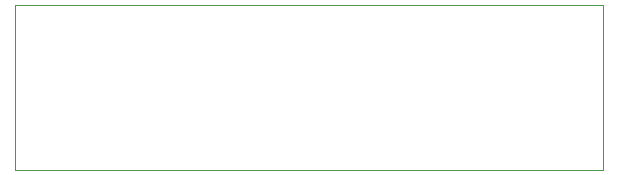
<source format=gbr>
%TF.GenerationSoftware,KiCad,Pcbnew,(6.0.7)*%
%TF.CreationDate,2022-08-26T01:09:57-07:00*%
%TF.ProjectId,RP2040_Injector,52503230-3430-45f4-996e-6a6563746f72,rev?*%
%TF.SameCoordinates,Original*%
%TF.FileFunction,Profile,NP*%
%FSLAX46Y46*%
G04 Gerber Fmt 4.6, Leading zero omitted, Abs format (unit mm)*
G04 Created by KiCad (PCBNEW (6.0.7)) date 2022-08-26 01:09:57*
%MOMM*%
%LPD*%
G01*
G04 APERTURE LIST*
%TA.AperFunction,Profile*%
%ADD10C,0.100000*%
%TD*%
G04 APERTURE END LIST*
D10*
X174310000Y-94100000D02*
X174310000Y-108100000D01*
X124550000Y-94100000D02*
X124550000Y-108100000D01*
X124550000Y-108100000D02*
X174310000Y-108100000D01*
X124550000Y-94100000D02*
X174310000Y-94100000D01*
M02*

</source>
